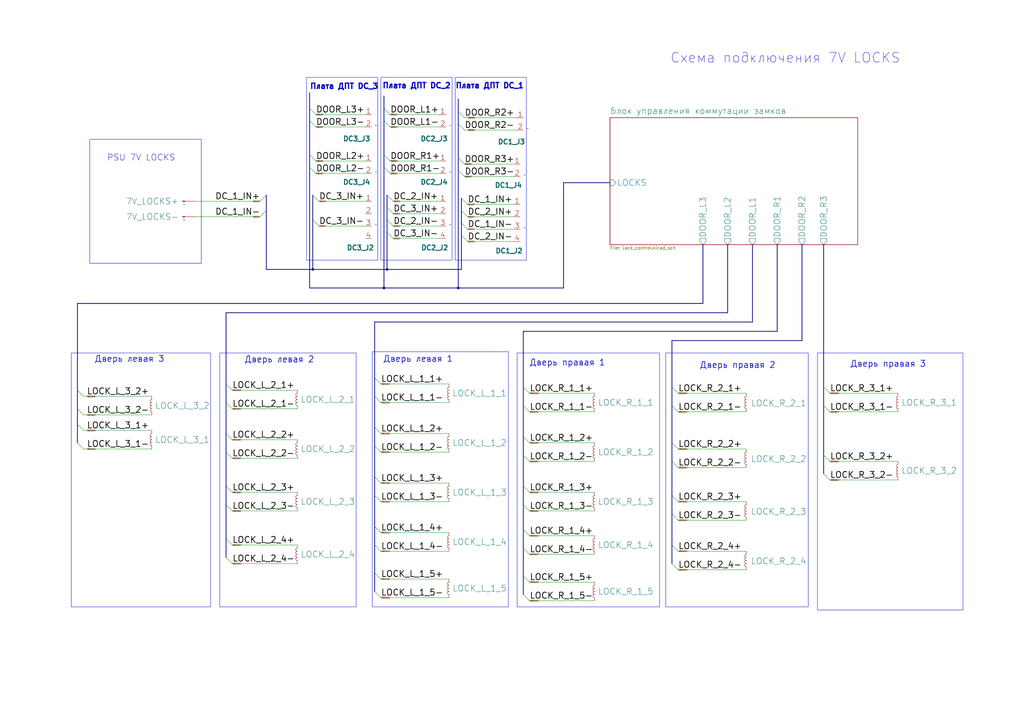
<source format=kicad_sch>
(kicad_sch (version 20231120) (generator "eeschema") (generator_version "8.0")
  (paper "A3")
  (lib_symbols
    (symbol "Conn_01x04_(wide)_2"
      (property "Reference" "J" (at 0 0 0))
      (symbol "Conn_01x04_(wide)_2_1_1"
        (pin input line (at -2.54 -5.08 0) (length 2.54) (name "") (number "1"))
        (pin input line (at -2.54 -10.16 0) (length 2.54) (name "") (number "2"))
        (pin input line (at -2.54 -15.24 0) (length 2.54) (name "") (number "3"))
        (pin input line (at -2.54 -20.32 0) (length 2.54) (name "") (number "4"))
      )
    )
    (symbol "Connector:Conn_01x01_Pin_(WIDE)" (pin_numbers hide) (pin_names (offset 1.016) hide)
      (property "Reference" "J" (at 0.254 6.604 0))
      (property "Value" "Conn_01x01_Pin_(WIDE)" (at 0 -2.54 0))
      (symbol "Conn_01x01_Pin_(WIDE)_1_1"
        (polyline (pts (xy 1.27 0) (xy 0.8636 0)) (stroke (width 0.1524)))
        (rectangle (start 0.8636 0.127) (end 0 -0.127) (stroke (width 0.1524)) (fill (type outline)))
        (pin passive line (at 5.08 0 180) (length 3.81) (name "Pin_1") (number "1"))
      )
    )
    (symbol "Connector:Conn_01x02_(wide)"
      (property "Reference" "J" (at 0 0 0))
      (symbol "Conn_01x02_(wide)_1_1"
        (pin input line (at -2.54 -5.08 0) (length 2.54) (name "") (number "1"))
        (pin input line (at -2.54 -10.16 0) (length 2.54) (name "") (number "2"))
      )
    )
    (symbol "Device:L" (pin_numbers hide) (pin_names (offset 1.016) hide)
      (property "Reference" "L" (at -1.27 0 90))
      (property "Value" "L" (at 1.905 0 90))
      (symbol "L_0_1"
        (arc (start 0 -2.54) (mid 0.6323 -1.905) (end 0 -1.27))
        (arc (start 0 -1.27) (mid 0.6323 -0.635) (end 0 0))
        (arc (start 0 0) (mid 0.6323 0.635) (end 0 1.27))
        (arc (start 0 1.27) (mid 0.6323 1.905) (end 0 2.54))
      )
      (symbol "L_1_1"
        (pin passive line (at 0 3.81 270) (length 1.27) (name "1") (number "1"))
        (pin passive line (at 0 -3.81 90) (length 1.27) (name "2") (number "2"))
      )
    )
  )
  (junction (at 157.48 118.11))
  (junction (at 128.27 110.49))
  (junction (at 158.75 110.49))
  (junction (at 187.96 118.11))
  (bus_entry (at 214.63 179.07) (size 2.54 2.54))
  (bus_entry (at 158.75 85.09) (size 2.54 2.54))
  (bus_entry (at 275.59 158.75) (size 2.54 2.54))
  (bus_entry (at 337.82 186.69) (size 2.54 2.54))
  (bus_entry (at 275.59 210.82) (size 2.54 2.54))
  (bus_entry (at 109.22 80.01) (size -2.54 2.54))
  (bus_entry (at 275.59 223.52) (size 2.54 2.54))
  (bus_entry (at 158.75 90.17) (size 2.54 2.54))
  (bus_entry (at 214.63 217.17) (size 2.54 2.54))
  (bus_entry (at 214.63 243.84) (size 2.54 2.54))
  (bus_entry (at 337.82 194.31) (size 2.54 2.54))
  (bus_entry (at 157.48 63.5) (size 2.54 2.54))
  (bus_entry (at 275.59 166.37) (size 2.54 2.54))
  (bus_entry (at 275.59 203.2) (size 2.54 2.54))
  (bus_entry (at 275.59 189.23) (size 2.54 2.54))
  (bus_entry (at 214.63 224.79) (size 2.54 2.54))
  (bus_entry (at 189.23 81.28) (size 2.54 2.54))
  (bus_entry (at 127 44.45) (size 2.54 2.54))
  (bus_entry (at 157.48 49.53) (size 2.54 2.54))
  (bus_entry (at 214.63 158.75) (size 2.54 2.54))
  (bus_entry (at 31.75 181.61) (size 2.54 2.54))
  (bus_entry (at 337.82 158.75) (size 2.54 2.54))
  (bus_entry (at 128.27 80.01) (size 2.54 2.54))
  (bus_entry (at 187.96 45.72) (size 2.54 2.54))
  (bus_entry (at 153.67 242.57) (size 2.54 2.54))
  (bus_entry (at 275.59 231.14) (size 2.54 2.54))
  (bus_entry (at 153.67 162.56) (size 2.54 2.54))
  (bus_entry (at 153.67 215.9) (size 2.54 2.54))
  (bus_entry (at 157.48 68.58) (size 2.54 2.54))
  (bus_entry (at 187.96 50.8) (size 2.54 2.54))
  (bus_entry (at 275.59 181.61) (size 2.54 2.54))
  (bus_entry (at 31.75 173.99) (size 2.54 2.54))
  (bus_entry (at 127 63.5) (size 2.54 2.54))
  (bus_entry (at 214.63 236.22) (size 2.54 2.54))
  (bus_entry (at 127 49.53) (size 2.54 2.54))
  (bus_entry (at 92.71 199.39) (size 2.54 2.54))
  (bus_entry (at 214.63 199.39) (size 2.54 2.54))
  (bus_entry (at 92.71 207.01) (size 2.54 2.54))
  (bus_entry (at 153.67 195.58) (size 2.54 2.54))
  (bus_entry (at 153.67 154.94) (size 2.54 2.54))
  (bus_entry (at 157.48 44.45) (size 2.54 2.54))
  (bus_entry (at 153.67 182.88) (size 2.54 2.54))
  (bus_entry (at 31.75 160.02) (size 2.54 2.54))
  (bus_entry (at 153.67 223.52) (size 2.54 2.54))
  (bus_entry (at 187.96 64.77) (size 2.54 2.54))
  (bus_entry (at 153.67 203.2) (size 2.54 2.54))
  (bus_entry (at 92.71 177.8) (size 2.54 2.54))
  (bus_entry (at 187.96 69.85) (size 2.54 2.54))
  (bus_entry (at 189.23 86.36) (size 2.54 2.54))
  (bus_entry (at 214.63 207.01) (size 2.54 2.54))
  (bus_entry (at 337.82 166.37) (size 2.54 2.54))
  (bus_entry (at 153.67 234.95) (size 2.54 2.54))
  (bus_entry (at 158.75 80.01) (size 2.54 2.54))
  (bus_entry (at 153.67 175.26) (size 2.54 2.54))
  (bus_entry (at 127 68.58) (size 2.54 2.54))
  (bus_entry (at 214.63 166.37) (size 2.54 2.54))
  (bus_entry (at 92.71 185.42) (size 2.54 2.54))
  (bus_entry (at 109.22 86.36) (size -2.54 2.54))
  (bus_entry (at 189.23 96.52) (size 2.54 2.54))
  (bus_entry (at 158.75 95.25) (size 2.54 2.54))
  (bus_entry (at 128.27 90.17) (size 2.54 2.54))
  (bus_entry (at 189.23 91.44) (size 2.54 2.54))
  (bus_entry (at 92.71 165.1) (size 2.54 2.54))
  (bus_entry (at 214.63 186.69) (size 2.54 2.54))
  (bus_entry (at 31.75 167.64) (size 2.54 2.54))
  (bus_entry (at 92.71 228.6) (size 2.54 2.54))
  (bus_entry (at 92.71 157.48) (size 2.54 2.54))
  (bus_entry (at 92.71 220.98) (size 2.54 2.54))
  (wire (pts (xy 217.17 161.29) (xy 243.84 161.29)))
  (wire (pts (xy 156.21 198.12) (xy 184.15 198.12)))
  (bus (pts (xy 298.45 100.33) (xy 298.45 128.27)))
  (bus (pts (xy 31.75 167.64) (xy 31.75 173.99)))
  (bus (pts (xy 128.27 110.49) (xy 109.22 110.49)))
  (wire (pts (xy 191.77 83.82) (xy 210.82 83.82)))
  (bus (pts (xy 128.27 80.01) (xy 128.27 90.17)))
  (wire (pts (xy 278.13 213.36) (xy 306.07 213.36)))
  (wire (pts (xy 161.29 97.79) (xy 180.34 97.79)))
  (bus (pts (xy 153.67 162.56) (xy 153.67 175.26)))
  (wire (pts (xy 161.29 87.63) (xy 180.34 87.63)))
  (bus (pts (xy 31.75 173.99) (xy 31.75 181.61)))
  (wire (pts (xy 129.54 52.07) (xy 149.86 52.07)))
  (bus (pts (xy 308.61 132.08) (xy 153.67 132.08)))
  (bus (pts (xy 92.71 157.48) (xy 92.71 165.1)))
  (bus (pts (xy 231.14 74.93) (xy 231.14 118.11)))
  (bus (pts (xy 31.75 160.02) (xy 31.75 167.64)))
  (wire (pts (xy 95.25 167.64) (xy 121.92 167.64)))
  (bus (pts (xy 158.75 110.49) (xy 189.23 110.49)))
  (bus (pts (xy 92.71 177.8) (xy 92.71 185.42)))
  (bus (pts (xy 298.45 128.27) (xy 92.71 128.27)))
  (bus (pts (xy 275.59 158.75) (xy 275.59 166.37)))
  (wire (pts (xy 156.21 237.49) (xy 184.15 237.49)))
  (wire (pts (xy 34.29 176.53) (xy 62.23 176.53)))
  (bus (pts (xy 92.71 220.98) (xy 92.71 228.6)))
  (wire (pts (xy 340.36 161.29) (xy 368.3 161.29)))
  (bus (pts (xy 288.29 124.46) (xy 288.29 100.33)))
  (wire (pts (xy 34.29 162.56) (xy 62.23 162.56)))
  (bus (pts (xy 214.63 158.75) (xy 214.63 166.37)))
  (bus (pts (xy 153.67 195.58) (xy 153.67 203.2)))
  (wire (pts (xy 161.29 82.55) (xy 180.34 82.55)))
  (wire (pts (xy 217.17 209.55) (xy 243.84 209.55)))
  (wire (pts (xy 217.17 201.93) (xy 243.84 201.93)))
  (wire (pts (xy 191.77 88.9) (xy 210.82 88.9)))
  (wire (pts (xy 190.5 48.26) (xy 212.09 48.26)))
  (bus (pts (xy 189.23 86.36) (xy 189.23 91.44)))
  (wire (pts (xy 156.21 205.74) (xy 184.15 205.74)))
  (wire (pts (xy 156.21 177.8) (xy 184.15 177.8)))
  (bus (pts (xy 127 49.53) (xy 127 63.5)))
  (bus (pts (xy 328.93 139.7) (xy 275.59 139.7)))
  (wire (pts (xy 34.29 170.18) (xy 62.23 170.18)))
  (bus (pts (xy 308.61 100.33) (xy 308.61 132.08)))
  (bus (pts (xy 157.48 39.37) (xy 157.48 44.45)))
  (bus (pts (xy 187.96 118.11) (xy 157.48 118.11)))
  (wire (pts (xy 156.21 157.48) (xy 184.15 157.48)))
  (bus (pts (xy 214.63 217.17) (xy 214.63 224.79)))
  (bus (pts (xy 189.23 91.44) (xy 189.23 96.52)))
  (wire (pts (xy 278.13 184.15) (xy 306.07 184.15)))
  (bus (pts (xy 31.75 124.46) (xy 31.75 160.02)))
  (wire (pts (xy 217.17 168.91) (xy 243.84 168.91)))
  (bus (pts (xy 128.27 90.17) (xy 128.27 110.49)))
  (wire (pts (xy 160.02 52.07) (xy 180.34 52.07)))
  (bus (pts (xy 153.67 234.95) (xy 153.67 242.57)))
  (bus (pts (xy 109.22 86.36) (xy 109.22 110.49)))
  (bus (pts (xy 189.23 81.28) (xy 189.23 86.36)))
  (bus (pts (xy 318.77 135.89) (xy 214.63 135.89)))
  (bus (pts (xy 109.22 80.01) (xy 109.22 86.36)))
  (bus (pts (xy 318.77 100.33) (xy 318.77 135.89)))
  (bus (pts (xy 187.96 45.72) (xy 187.96 50.8)))
  (bus (pts (xy 337.82 158.75) (xy 337.82 166.37)))
  (wire (pts (xy 217.17 181.61) (xy 243.84 181.61)))
  (wire (pts (xy 156.21 245.11) (xy 184.15 245.11)))
  (wire (pts (xy 160.02 46.99) (xy 180.34 46.99)))
  (bus (pts (xy 337.82 186.69) (xy 337.82 194.31)))
  (bus (pts (xy 214.63 199.39) (xy 214.63 207.01)))
  (bus (pts (xy 275.59 189.23) (xy 275.59 203.2)))
  (bus (pts (xy 31.75 124.46) (xy 288.29 124.46)))
  (bus (pts (xy 153.67 182.88) (xy 153.67 195.58)))
  (bus (pts (xy 127 44.45) (xy 127 49.53)))
  (wire (pts (xy 95.25 180.34) (xy 121.92 180.34)))
  (bus (pts (xy 328.93 100.33) (xy 328.93 139.7)))
  (bus (pts (xy 153.67 175.26) (xy 153.67 182.88)))
  (wire (pts (xy 190.5 72.39) (xy 210.82 72.39)))
  (wire (pts (xy 80.01 82.55) (xy 106.68 82.55)))
  (bus (pts (xy 127 63.5) (xy 127 68.58)))
  (wire (pts (xy 129.54 66.04) (xy 149.86 66.04)))
  (wire (pts (xy 129.54 46.99) (xy 149.86 46.99)))
  (bus (pts (xy 214.63 207.01) (xy 214.63 217.17)))
  (bus (pts (xy 275.59 203.2) (xy 275.59 210.82)))
  (wire (pts (xy 217.17 189.23) (xy 243.84 189.23)))
  (bus (pts (xy 157.48 44.45) (xy 157.48 49.53)))
  (wire (pts (xy 278.13 205.74) (xy 306.07 205.74)))
  (wire (pts (xy 190.5 67.31) (xy 210.82 67.31)))
  (bus (pts (xy 275.59 139.7) (xy 275.59 158.75)))
  (wire (pts (xy 156.21 165.1) (xy 184.15 165.1)))
  (bus (pts (xy 158.75 95.25) (xy 158.75 110.49)))
  (bus (pts (xy 153.67 215.9) (xy 153.67 223.52)))
  (wire (pts (xy 217.17 246.38) (xy 243.84 246.38)))
  (wire (pts (xy 95.25 209.55) (xy 121.92 209.55)))
  (bus (pts (xy 158.75 85.09) (xy 158.75 90.17)))
  (bus (pts (xy 92.71 165.1) (xy 92.71 177.8)))
  (wire (pts (xy 278.13 168.91) (xy 306.07 168.91)))
  (bus (pts (xy 127 38.1) (xy 127 44.45)))
  (wire (pts (xy 161.29 92.71) (xy 180.34 92.71)))
  (bus (pts (xy 153.67 223.52) (xy 153.67 234.95)))
  (bus (pts (xy 214.63 186.69) (xy 214.63 199.39)))
  (wire (pts (xy 130.81 82.55) (xy 149.86 82.55)))
  (bus (pts (xy 157.48 49.53) (xy 157.48 63.5)))
  (bus (pts (xy 157.48 118.11) (xy 157.48 68.58)))
  (bus (pts (xy 127 68.58) (xy 127 118.11)))
  (wire (pts (xy 217.17 227.33) (xy 243.84 227.33)))
  (bus (pts (xy 153.67 154.94) (xy 153.67 162.56)))
  (wire (pts (xy 95.25 231.14) (xy 121.92 231.14)))
  (bus (pts (xy 92.71 207.01) (xy 92.71 220.98)))
  (wire (pts (xy 160.02 66.04) (xy 180.34 66.04)))
  (bus (pts (xy 153.67 203.2) (xy 153.67 215.9)))
  (bus (pts (xy 189.23 96.52) (xy 189.23 110.49)))
  (bus (pts (xy 250.19 74.93) (xy 231.14 74.93)))
  (wire (pts (xy 95.25 187.96) (xy 121.92 187.96)))
  (bus (pts (xy 214.63 179.07) (xy 214.63 186.69)))
  (wire (pts (xy 278.13 161.29) (xy 306.07 161.29)))
  (bus (pts (xy 231.14 118.11) (xy 187.96 118.11)))
  (bus (pts (xy 92.71 185.42) (xy 92.71 199.39)))
  (wire (pts (xy 95.25 160.02) (xy 121.92 160.02)))
  (wire (pts (xy 95.25 223.52) (xy 121.92 223.52)))
  (wire (pts (xy 340.36 168.91) (xy 368.3 168.91)))
  (wire (pts (xy 217.17 219.71) (xy 243.84 219.71)))
  (bus (pts (xy 187.96 40.64) (xy 187.96 45.72)))
  (bus (pts (xy 157.48 63.5) (xy 157.48 68.58)))
  (bus (pts (xy 214.63 224.79) (xy 214.63 236.22)))
  (wire (pts (xy 156.21 218.44) (xy 184.15 218.44)))
  (bus (pts (xy 337.82 100.33) (xy 337.82 158.75)))
  (wire (pts (xy 340.36 196.85) (xy 368.3 196.85)))
  (bus (pts (xy 275.59 166.37) (xy 275.59 181.61)))
  (wire (pts (xy 191.77 99.06) (xy 210.82 99.06)))
  (wire (pts (xy 130.81 92.71) (xy 149.86 92.71)))
  (bus (pts (xy 214.63 135.89) (xy 214.63 158.75)))
  (wire (pts (xy 190.5 53.34) (xy 212.09 53.34)))
  (wire (pts (xy 156.21 185.42) (xy 184.15 185.42)))
  (wire (pts (xy 278.13 191.77) (xy 306.07 191.77)))
  (wire (pts (xy 34.29 184.15) (xy 62.23 184.15)))
  (bus (pts (xy 187.96 50.8) (xy 187.96 64.77)))
  (wire (pts (xy 95.25 201.93) (xy 121.92 201.93)))
  (wire (pts (xy 160.02 71.12) (xy 180.34 71.12)))
  (wire (pts (xy 129.54 71.12) (xy 149.86 71.12)))
  (bus (pts (xy 92.71 199.39) (xy 92.71 207.01)))
  (wire (pts (xy 278.13 226.06) (xy 306.07 226.06)))
  (bus (pts (xy 128.27 110.49) (xy 158.75 110.49)))
  (wire (pts (xy 340.36 189.23) (xy 368.3 189.23)))
  (bus (pts (xy 158.75 80.01) (xy 158.75 85.09)))
  (bus (pts (xy 275.59 210.82) (xy 275.59 223.52)))
  (wire (pts (xy 80.01 88.9) (xy 106.68 88.9)))
  (bus (pts (xy 337.82 166.37) (xy 337.82 186.69)))
  (wire (pts (xy 156.21 226.06) (xy 184.15 226.06)))
  (bus (pts (xy 187.96 69.85) (xy 187.96 118.11)))
  (bus (pts (xy 153.67 132.08) (xy 153.67 154.94)))
  (bus (pts (xy 187.96 64.77) (xy 187.96 69.85)))
  (bus (pts (xy 92.71 128.27) (xy 92.71 157.48)))
  (bus (pts (xy 275.59 223.52) (xy 275.59 231.14)))
  (bus (pts (xy 214.63 236.22) (xy 214.63 243.84)))
  (wire (pts (xy 217.17 238.76) (xy 243.84 238.76)))
  (bus (pts (xy 127 118.11) (xy 157.48 118.11)))
  (bus (pts (xy 214.63 166.37) (xy 214.63 179.07)))
  (bus (pts (xy 158.75 90.17) (xy 158.75 95.25)))
  (wire (pts (xy 278.13 233.68) (xy 306.07 233.68)))
  (bus (pts (xy 275.59 181.61) (xy 275.59 189.23)))
  (wire (pts (xy 191.77 93.98) (xy 210.82 93.98)))
  (rectangle (start 29.21 144.78) (end 86.36 248.92))
  (rectangle (start 156.21 31.75) (end 185.42 106.68))
  (rectangle (start 186.69 31.75) (end 215.9 106.68))
  (rectangle (start 90.17 144.78) (end 146.05 248.92))
  (rectangle (start 335.28 144.78) (end 394.97 250.19))
  (rectangle (start 152.654 144.272) (end 208.534 248.92))
  (rectangle (start 212.09 144.78) (end 270.51 248.92))
  (rectangle (start 36.83 57.15) (end 82.55 107.95))
  (rectangle (start 273.05 144.78) (end 331.47 248.92))
  (rectangle (start 125.73 31.75) (end 154.94 106.68))
  (text "Плата ДПТ DC_1" (at 186.69 36.576 0) (effects (font (size 2.2 2.2) (thickness 0.5) (bold yes)) (justify left bottom)))
  (text "Дверь правая 2" (at 302.514 149.86 0) (effects (font (size 2.5 2.5) (thickness 0.254) (bold yes))))
  (text "Плата ДПТ DC_2" (at 156.718 36.576 0) (effects (font (size 2.2 2.2) (thickness 0.5) (bold yes)) (justify left bottom)))
  (text "PSU 7V LOCKS" (at 57.912 64.77 0) (effects (font (size 2.5 2.5))))
  (text "Плата ДПТ DC_3" (at 127 36.83 0) (effects (font (size 2.2 2.2) (thickness 0.5) (bold yes)) (justify left bottom)))
  (text "Дверь правая 1" (at 232.664 148.844 0) (effects (font (size 2.5 2.5) (thickness 0.254) (bold yes))))
  (text "Схема подключения 7V LOCKS" (at 322.072 23.876 0) (effects (font (size 4 4))))
  (text "Дверь левая 1" (at 171.45 147.32 0) (effects (font (size 2.5 2.5) (thickness 0.254) (bold yes))))
  (text "Дверь левая 2" (at 114.554 147.574 0) (effects (font (size 2.5 2.5) (thickness 0.254) (bold yes))))
  (text "Дверь правая 3" (at 364.236 149.352 0) (effects (font (size 2.5 2.5) (thickness 0.254) (bold yes))))
  (text "Дверь левая 3" (at 53.086 147.32 0) (effects (font (size 2.5 2.5) (thickness 0.254) (bold yes))))
  (label "DC_2_IN+" (at 161.29 82.55 0) (effects (font (size 2.5 2.5) (thickness 0.3125))))
  (label "DC_3_IN+" (at 130.81 82.55 0) (effects (font (size 2.5 2.5) (thickness 0.3125))))
  (label "DOOR_R1-" (at 160.02 71.12 0) (effects (font (size 2.5 2.5) (thickness 0.3125))))
  (label "LOCK_L_1_1-" (at 156.21 165.1 0) (effects (font (size 2.5 2.5) (thickness 0.3125))))
  (label "LOCK_R_1_2-" (at 217.17 189.23 0) (effects (font (size 2.5 2.5) (thickness 0.3125))))
  (label "DC_1_IN-" (at 106.68 88.9 180) (effects (font (size 2.5 2.5) (thickness 0.3125))))
  (label "LOCK_L_2_1-" (at 95.25 167.64 0) (effects (font (size 2.5 2.5) (thickness 0.3125))))
  (label "DC_1_IN+" (at 106.68 82.55 180) (effects (font (size 2.5 2.5) (thickness 0.3125))))
  (label "LOCK_L_2_3+" (at 95.25 201.93 0) (effects (font (size 2.5 2.5) (thickness 0.3125))))
  (label "DOOR_R3+" (at 190.5 67.31 0) (effects (font (size 2.5 2.5) (thickness 0.3125))))
  (label "LOCK_R_1_1-" (at 217.17 168.91 0) (effects (font (size 2.5 2.5) (thickness 0.3125))))
  (label "LOCK_L_2_2+" (at 95.25 180.34 0) (effects (font (size 2.5 2.5) (thickness 0.3125))))
  (label "LOCK_R_3_1+" (at 340.36 161.29 0) (effects (font (size 2.5 2.5) (thickness 0.3125))))
  (label "DOOR_R2-" (at 190.5 53.34 0) (effects (font (size 2.5 2.5) (thickness 0.3125))))
  (label "LOCK_R_1_4+" (at 217.17 219.71 0) (effects (font (size 2.5 2.5) (thickness 0.3125))))
  (label "LOCK_L_1_1+" (at 156.21 157.48 0) (effects (font (size 2.5 2.5) (thickness 0.3125))))
  (label "DOOR_R1+" (at 160.02 66.04 0) (effects (font (size 2.5 2.5) (thickness 0.3125))))
  (label "DOOR_L2+" (at 129.54 66.04 0) (effects (font (size 2.5 2.5) (thickness 0.3125))))
  (label "LOCK_L_2_2-" (at 95.25 187.96 0) (effects (font (size 2.5 2.5) (thickness 0.3125))))
  (label "LOCK_R_1_1+" (at 217.17 161.29 0) (effects (font (size 2.5 2.5) (thickness 0.3125))))
  (label "DOOR_L2-" (at 129.54 71.12 0) (effects (font (size 2.5 2.5) (thickness 0.3125))))
  (label "LOCK_L_3_2+" (at 35.56 162.56 0) (effects (font (size 2.5 2.5) (thickness 0.3125))))
  (label "LOCK_R_2_2+" (at 278.13 184.15 0) (effects (font (size 2.5 2.5) (thickness 0.3125))))
  (label "LOCK_R_1_4-" (at 217.17 227.33 0) (effects (font (size 2.5 2.5) (thickness 0.3125))))
  (label "DC_2_IN-" (at 161.29 92.71 0) (effects (font (size 2.5 2.5) (thickness 0.3125))))
  (label "LOCK_R_1_2+" (at 217.17 181.61 0) (effects (font (size 2.5 2.5) (thickness 0.3125))))
  (label "LOCK_R_2_2-" (at 278.13 191.77 0) (effects (font (size 2.5 2.5) (thickness 0.3125))))
  (label "LOCK_L_1_5-" (at 156.21 245.11 0) (effects (font (size 2.5 2.5) (thickness 0.3125))))
  (label "LOCK_L_3_1+" (at 35.56 176.53 0) (effects (font (size 2.5 2.5) (thickness 0.3125))))
  (label "LOCK_L_1_2-" (at 156.21 185.42 0) (effects (font (size 2.5 2.5) (thickness 0.3125))))
  (label "LOCK_L_1_3-" (at 156.21 205.74 0) (effects (font (size 2.5 2.5) (thickness 0.3125))))
  (label "DOOR_R3-" (at 190.5 72.39 0) (effects (font (size 2.5 2.5) (thickness 0.3125))))
  (label "LOCK_L_2_1+" (at 95.25 160.02 0) (effects (font (size 2.5 2.5) (thickness 0.3125))))
  (label "LOCK_R_2_4+" (at 278.13 226.06 0) (effects (font (size 2.5 2.5) (thickness 0.3125))))
  (label "LOCK_R_3_2-" (at 340.36 196.85 0) (effects (font (size 2.5 2.5) (thickness 0.3125))))
  (label "LOCK_R_2_1-" (at 278.13 168.91 0) (effects (font (size 2.5 2.5) (thickness 0.3125))))
  (label "DC_3_IN-" (at 161.29 97.79 0) (effects (font (size 2.5 2.5) (thickness 0.3125))))
  (label "LOCK_L_1_5+" (at 156.21 237.49 0) (effects (font (size 2.5 2.5) (thickness 0.3125))))
  (label "LOCK_R_2_3+" (at 278.13 205.74 0) (effects (font (size 2.5 2.5) (thickness 0.3125))))
  (label "DOOR_L1+" (at 160.02 46.99 0) (effects (font (size 2.5 2.5) (thickness 0.3125))))
  (label "LOCK_L_2_4+" (at 95.25 223.52 0) (effects (font (size 2.5 2.5) (thickness 0.3125))))
  (label "LOCK_R_1_3+" (at 217.17 201.93 0) (effects (font (size 2.5 2.5) (thickness 0.3125))))
  (label "DC_2_IN+" (at 191.77 88.9 0) (effects (font (size 2.5 2.5) (thickness 0.3125))))
  (label "LOCK_L_2_4-" (at 95.25 231.14 0) (effects (font (size 2.5 2.5) (thickness 0.3125))))
  (label "DC_3_IN-" (at 130.81 92.71 0) (effects (font (size 2.5 2.5) (thickness 0.3125))))
  (label "LOCK_R_1_5+" (at 217.17 238.76 0) (effects (font (size 2.5 2.5) (thickness 0.3125))))
  (label "LOCK_R_2_3-" (at 278.13 213.36 0) (effects (font (size 2.5 2.5) (thickness 0.3125))))
  (label "DOOR_R2+" (at 190.5 48.26 0) (effects (font (size 2.5 2.5) (thickness 0.3125))))
  (label "LOCK_L_1_4+" (at 156.21 218.44 0) (effects (font (size 2.5 2.5) (thickness 0.3125))))
  (label "LOCK_R_2_4-" (at 278.13 233.68 0) (effects (font (size 2.5 2.5) (thickness 0.3125))))
  (label "LOCK_R_3_1-" (at 340.36 168.91 0) (effects (font (size 2.5 2.5) (thickness 0.3125))))
  (label "DOOR_L1-" (at 160.02 52.07 0) (effects (font (size 2.5 2.5) (thickness 0.3125))))
  (label "DOOR_L3+" (at 129.54 46.99 0) (effects (font (size 2.5 2.5) (thickness 0.3125))))
  (label "DOOR_L3-" (at 129.54 52.07 0) (effects (font (size 2.5 2.5) (thickness 0.3125))))
  (label "LOCK_L_1_3+" (at 156.21 198.12 0) (effects (font (size 2.5 2.5) (thickness 0.3125))))
  (label "DC_3_IN+" (at 161.29 87.63 0) (effects (font (size 2.5 2.5) (thickness 0.3125))))
  (label "LOCK_R_2_1+" (at 278.13 161.29 0) (effects (font (size 2.5 2.5) (thickness 0.3125))))
  (label "LOCK_L_3_1-" (at 35.56 184.15 0) (effects (font (size 2.5 2.5) (thickness 0.3125))))
  (label "LOCK_L_3_2-" (at 35.56 170.18 0) (effects (font (size 2.5 2.5) (thickness 0.3125))))
  (label "LOCK_L_1_2+" (at 156.21 177.8 0) (effects (font (size 2.5 2.5) (thickness 0.3125))))
  (label "LOCK_R_3_2+" (at 340.36 189.23 0) (effects (font (size 2.5 2.5) (thickness 0.3125))))
  (label "LOCK_R_1_5-" (at 217.17 246.38 0) (effects (font (size 2.5 2.5) (thickness 0.3125))))
  (label "DC_1_IN+" (at 191.77 83.82 0) (effects (font (size 2.5 2.5) (thickness 0.3125))))
  (label "DC_2_IN-" (at 191.77 99.06 0) (effects (font (size 2.5 2.5) (thickness 0.3125))))
  (label "LOCK_R_1_3-" (at 217.17 209.55 0) (effects (font (size 2.5 2.5) (thickness 0.3125))))
  (label "LOCK_L_2_3-" (at 95.25 209.55 0) (effects (font (size 2.5 2.5) (thickness 0.3125))))
  (label "LOCK_L_1_4-" (at 156.21 226.06 0) (effects (font (size 2.5 2.5) (thickness 0.3125))))
  (label "DC_1_IN-" (at 191.77 93.98 0) (effects (font (size 2.5 2.5) (thickness 0.3125))))
  (global_label "LOCK_L_2_2+" (shape input) (at 95.25 180.34 0) (effects (font (size 0.3 0.3))) (property "Intersheetrefs" "${INTERSHEET_REFS}" (effects (hide yes))))
  (global_label "LOCK_R_1_4+" (shape input) (at 217.17 219.71 0) (effects (font (size 0.3 0.3))) (property "Intersheetrefs" "${INTERSHEET_REFS}" (effects (hide yes))))
  (global_label "LOCK_R_1_3-" (shape input) (at 217.17 209.55 0) (effects (font (size 0.3 0.3))) (property "Intersheetrefs" "${INTERSHEET_REFS}" (effects (hide yes))))
  (global_label "LOCK_L_1_2+" (shape input) (at 156.21 177.8 0) (effects (font (size 0.3 0.3))) (property "Intersheetrefs" "${INTERSHEET_REFS}" (effects (hide yes))))
  (global_label "LOCK_R_1_2-" (shape input) (at 217.17 189.23 0) (effects (font (size 0.3 0.3))) (property "Intersheetrefs" "${INTERSHEET_REFS}" (effects (hide yes))))
  (global_label "DC_1_IN-" (shape input) (at 106.68 88.9 180) (effects (font (size 0.3 0.3))) (property "Intersheetrefs" "${INTERSHEET_REFS}" (effects (hide yes))))
  (global_label "LOCK_R_1_5+" (shape input) (at 217.17 238.76 0) (effects (font (size 0.3 0.3))) (property "Intersheetrefs" "${INTERSHEET_REFS}" (effects (hide yes))))
  (global_label "LOCK_L_3_2-" (shape input) (at 35.56 170.18 0) (effects (font (size 0.3 0.3))) (property "Intersheetrefs" "${INTERSHEET_REFS}" (effects (hide yes))))
  (global_label "LOCK_L_2_1+" (shape input) (at 95.25 160.02 0) (effects (font (size 0.3 0.3))) (property "Intersheetrefs" "${INTERSHEET_REFS}" (effects (hide yes))))
  (global_label "LOCK_R_2_4+" (shape input) (at 278.13 226.06 0) (effects (font (size 0.3 0.3))) (property "Intersheetrefs" "${INTERSHEET_REFS}" (effects (hide yes))))
  (global_label "LOCK_L_1_3-" (shape input) (at 156.21 205.74 0) (effects (font (size 0.3 0.3))) (property "Intersheetrefs" "${INTERSHEET_REFS}" (effects (hide yes))))
  (global_label "LOCK_L_2_4+" (shape input) (at 95.25 223.52 0) (effects (font (size 0.3 0.3))) (property "Intersheetrefs" "${INTERSHEET_REFS}" (effects (hide yes))))
  (global_label "LOCK_R_2_1-" (shape input) (at 278.13 168.91 0) (effects (font (size 0.3 0.3))) (property "Intersheetrefs" "${INTERSHEET_REFS}" (effects (hide yes))))
  (global_label "LOCK_R_1_5-" (shape input) (at 217.17 246.38 0) (effects (font (size 0.3 0.3))) (property "Intersheetrefs" "${INTERSHEET_REFS}" (effects (hide yes))))
  (global_label "DC_2_IN-" (shape input) (at 161.29 92.71 0) (effects (font (size 0.3 0.3))) (property "Intersheetrefs" "${INTERSHEET_REFS}" (effects (hide yes))))
  (global_label "LOCK_R_1_3+" (shape input) (at 217.17 201.93 0) (effects (font (size 0.3 0.3))) (property "Intersheetrefs" "${INTERSHEET_REFS}" (effects (hide yes))))
  (global_label "DC_3_IN+" (shape input) (at 130.81 82.55 0) (effects (font (size 0.3 0.3))) (property "Intersheetrefs" "${INTERSHEET_REFS}" (effects (hide yes))))
  (global_label "LOCK_L_3_2+" (shape input) (at 35.56 162.56 0) (effects (font (size 0.3 0.3))) (property "Intersheetrefs" "${INTERSHEET_REFS}" (effects (hide yes))))
  (global_label "LOCK_L_3_1+" (shape input) (at 35.56 176.53 0) (effects (font (size 0.3 0.3))) (property "Intersheetrefs" "${INTERSHEET_REFS}" (effects (hide yes))))
  (global_label "DOOR_L2+" (shape input) (at 129.54 66.04 0) (effects (font (size 0.3 0.3))) (property "Intersheetrefs" "${INTERSHEET_REFS}" (effects (hide yes))))
  (global_label "DOOR_R2+" (shape input) (at 191.77 48.26 0) (effects (font (size 0.3 0.3))) (property "Intersheetrefs" "${INTERSHEET_REFS}" (effects (hide yes))))
  (global_label "LOCK_R_2_2+" (shape input) (at 278.13 184.15 0) (effects (font (size 0.3 0.3))) (property "Intersheetrefs" "${INTERSHEET_REFS}" (effects (hide yes))))
  (global_label "DC_3_IN-" (shape input) (at 161.29 97.79 0) (effects (font (size 0.3 0.3))) (property "Intersheetrefs" "${INTERSHEET_REFS}" (effects (hide yes))))
  (global_label "DC_2_IN+" (shape input) (at 191.77 88.9 0) (effects (font (size 0.3 0.3))) (property "Intersheetrefs" "${INTERSHEET_REFS}" (effects (hide yes))))
  (global_label "LOCK_R_1_4-" (shape input) (at 217.17 227.33 0) (effects (font (size 0.3 0.3))) (property "Intersheetrefs" "${INTERSHEET_REFS}" (effects (hide yes))))
  (global_label "DOOR_L3-" (shape input) (at 129.54 52.07 0) (effects (font (size 0.3 0.3))) (property "Intersheetrefs" "${INTERSHEET_REFS}" (effects (hide yes))))
  (global_label "LOCK_L_1_4-" (shape input) (at 156.21 226.06 0) (effects (font (size 0.3 0.3))) (property "Intersheetrefs" "${INTERSHEET_REFS}" (effects (hide yes))))
  (global_label "LOCK_R_1_2+" (shape input) (at 217.17 181.61 0) (effects (font (size 0.3 0.3))) (property "Intersheetrefs" "${INTERSHEET_REFS}" (effects (hide yes))))
  (global_label "DOOR_R1-" (shape input) (at 160.02 71.12 0) (effects (font (size 0.3 0.3))) (property "Intersheetrefs" "${INTERSHEET_REFS}" (effects (hide yes))))
  (global_label "DC_2_IN-" (shape input) (at 191.77 99.06 0) (effects (font (size 0.3 0.3))) (property "Intersheetrefs" "${INTERSHEET_REFS}" (effects (hide yes))))
  (global_label "DC_1_IN+" (shape input) (at 191.77 83.82 0) (effects (font (size 0.3 0.3))) (property "Intersheetrefs" "${INTERSHEET_REFS}" (effects (hide yes))))
  (global_label "LOCK_R_2_2-" (shape input) (at 278.13 191.77 0) (effects (font (size 0.3 0.3))) (property "Intersheetrefs" "${INTERSHEET_REFS}" (effects (hide yes))))
  (global_label "DOOR_L2-" (shape input) (at 129.54 71.12 0) (effects (font (size 0.3 0.3))) (property "Intersheetrefs" "${INTERSHEET_REFS}" (effects (hide yes))))
  (global_label "LOCK_L_1_1-" (shape input) (at 156.21 165.1 0) (effects (font (size 0.3 0.3))) (property "Intersheetrefs" "${INTERSHEET_REFS}" (effects (hide yes))))
  (global_label "LOCK_L_2_3-" (shape input) (at 95.25 209.55 0) (effects (font (size 0.3 0.3))) (property "Intersheetrefs" "${INTERSHEET_REFS}" (effects (hide yes))))
  (global_label "LOCK_L_1_1+" (shape input) (at 156.21 157.48 0) (effects (font (size 0.3 0.3))) (property "Intersheetrefs" "${INTERSHEET_REFS}" (effects (hide yes))))
  (global_label "LOCK_R_3_2+" (shape input) (at 340.36 189.23 0) (effects (font (size 0.3 0.3))) (property "Intersheetrefs" "${INTERSHEET_REFS}" (effects (hide yes))))
  (global_label "LOCK_R_2_1+" (shape input) (at 278.13 161.29 0) (effects (font (size 0.3 0.3))) (property "Intersheetrefs" "${INTERSHEET_REFS}" (effects (hide yes))))
  (global_label "LOCK_L_2_2-" (shape input) (at 95.25 187.96 0) (effects (font (size 0.3 0.3))) (property "Intersheetrefs" "${INTERSHEET_REFS}" (effects (hide yes))))
  (global_label "LOCK_L_3_1-" (shape input) (at 35.56 184.15 0) (effects (font (size 0.3 0.3))) (property "Intersheetrefs" "${INTERSHEET_REFS}" (effects (hide yes))))
  (global_label "LOCK_R_3_1-" (shape input) (at 340.36 168.91 0) (effects (font (size 0.3 0.3))) (property "Intersheetrefs" "${INTERSHEET_REFS}" (effects (hide yes))))
  (global_label "LOCK_L_1_2-" (shape input) (at 156.21 185.42 0) (effects (font (size 0.3 0.3))) (property "Intersheetrefs" "${INTERSHEET_REFS}" (effects (hide yes))))
  (global_label "LOCK_R_1_1-" (shape input) (at 217.17 168.91 0) (effects (font (size 0.3 0.3))) (property "Intersheetrefs" "${INTERSHEET_REFS}" (effects (hide yes))))
  (global_label "DOOR_L1-" (shape input) (at 160.02 52.07 0) (effects (font (size 0.3 0.3))) (property "Intersheetrefs" "${INTERSHEET_REFS}" (effects (hide yes))))
  (global_label "LOCK_L_1_4+" (shape input) (at 156.21 218.44 0) (effects (font (size 0.3 0.3))) (property "Intersheetrefs" "${INTERSHEET_REFS}" (effects (hide yes))))
  (global_label "LOCK_L_1_5-" (shape input) (at 156.21 245.11 0) (effects (font (size 0.3 0.3))) (property "Intersheetrefs" "${INTERSHEET_REFS}" (effects (hide yes))))
  (global_label "DOOR_R1+" (shape input) (at 160.02 66.04 0) (effects (font (size 0.3 0.3))) (property "Intersheetrefs" "${INTERSHEET_REFS}" (effects (hide yes))))
  (global_label "LOCK_L_2_1-" (shape input) (at 95.25 167.64 0) (effects (font (size 0.3 0.3))) (property "Intersheetrefs" "${INTERSHEET_REFS}" (effects (hide yes))))
  (global_label "LOCK_R_2_3+" (shape input) (at 278.13 205.74 0) (effects (font (size 0.3 0.3))) (property "Intersheetrefs" "${INTERSHEET_REFS}" (effects (hide yes))))
  (global_label "DOOR_R3-" (shape input) (at 190.5 72.39 0) (effects (font (size 0.3 0.3))) (property "Intersheetrefs" "${INTERSHEET_REFS}" (effects (hide yes))))
  (global_label "DC_3_IN-" (shape input) (at 130.81 92.71 0) (effects (font (size 0.3 0.3))) (property "Intersheetrefs" "${INTERSHEET_REFS}" (effects (hide yes))))
  (global_label "DOOR_R3+" (shape input) (at 190.5 67.31 0) (effects (font (size 0.3 0.3))) (property "Intersheetrefs" "${INTERSHEET_REFS}" (effects (hide yes))))
  (global_label "DC_1_IN+" (shape input) (at 106.68 82.55 180) (effects (font (size 0.3 0.3))) (property "Intersheetrefs" "${INTERSHEET_REFS}" (effects (hide yes))))
  (global_label "LOCK_R_2_4-" (shape input) (at 278.13 233.68 0) (effects (font (size 0.3 0.3))) (property "Intersheetrefs" "${INTERSHEET_REFS}" (effects (hide yes))))
  (global_label "LOCK_R_2_3-" (shape input) (at 278.13 213.36 0) (effects (font (size 0.3 0.3))) (property "Intersheetrefs" "${INTERSHEET_REFS}" (effects (hide yes))))
  (global_label "DC_3_IN+" (shape input) (at 161.29 87.63 0) (effects (font (size 0.3 0.3))) (property "Intersheetrefs" "${INTERSHEET_REFS}" (effects (hide yes))))
  (global_label "LOCK_R_1_1+" (shape input) (at 217.17 161.29 0) (effects (font (size 0.3 0.3))) (property "Intersheetrefs" "${INTERSHEET_REFS}" (effects (hide yes))))
  (global_label "LOCK_R_3_2-" (shape input) (at 340.36 196.85 0) (effects (font (size 0.3 0.3))) (property "Intersheetrefs" "${INTERSHEET_REFS}" (effects (hide yes))))
  (global_label "LOCK_R_3_1+" (shape input) (at 340.36 161.29 0) (effects (font (size 0.3 0.3))) (property "Intersheetrefs" "${INTERSHEET_REFS}" (effects (hide yes))))
  (global_label "DC_1_IN-" (shape input) (at 191.77 93.98 0) (effects (font (size 0.3 0.3))) (property "Intersheetrefs" "${INTERSHEET_REFS}" (effects (hide yes))))
  (global_label "LOCK_L_2_3+" (shape input) (at 95.25 201.93 0) (effects (font (size 0.3 0.3))) (property "Intersheetrefs" "${INTERSHEET_REFS}" (effects (hide yes))))
  (global_label "LOCK_L_2_4-" (shape input) (at 95.25 231.14 0) (effects (font (size 0.3 0.3))) (property "Intersheetrefs" "${INTERSHEET_REFS}" (effects (hide yes))))
  (global_label "LOCK_L_1_5+" (shape input) (at 156.21 237.49 0) (effects (font (size 0.3 0.3))) (property "Intersheetrefs" "${INTERSHEET_REFS}" (effects (hide yes))))
  (global_label "DOOR_L1+" (shape input) (at 160.02 46.99 0) (effects (font (size 0.3 0.3))) (property "Intersheetrefs" "${INTERSHEET_REFS}" (effects (hide yes))))
  (global_label "DC_2_IN+" (shape input) (at 161.29 82.55 0) (effects (font (size 0.3 0.3))) (property "Intersheetrefs" "${INTERSHEET_REFS}" (effects (hide yes))))
  (global_label "DOOR_L3+" (shape input) (at 129.54 46.99 0) (effects (font (size 0.3 0.3))) (property "Intersheetrefs" "${INTERSHEET_REFS}" (effects (hide yes))))
  (global_label "LOCK_L_1_3+" (shape input) (at 156.21 198.12 0) (effects (font (size 0.3 0.3))) (property "Intersheetrefs" "${INTERSHEET_REFS}" (effects (hide yes))))
  (global_label "DOOR_R2-" (shape input) (at 191.77 53.34 0) (effects (font (size 0.3 0.3))) (property "Intersheetrefs" "${INTERSHEET_REFS}" (effects (hide yes))))
  (symbol (lib_id "Device:L") (at 243.84 185.42 180) (unit 1)
    (property "Reference" "LOCK_R_1_2" (at 245.11 185.42 0) (effects (font (size 2.5 2.5)) (justify right)))
    (property "Value" "L" (effects (hide yes)))
    (property "Description" "Inductor" (effects (hide yes)))
  )
  (symbol (lib_id "Connector:Conn_01x02_(wide)") (at 214.63 43.18 0) (unit 1)
    (property "Reference" "DC1_J3" (at 203.962 58.166 0) (effects (font (size 2 2) (thickness 0.4) (bold yes)) (justify left)))
    (property "Value" "~" (at 215.9 52.705 0) (effects (justify left)))
  )
  (symbol (lib_id "Connector:Conn_01x02_(wide)") (at 152.4 60.96 0) (unit 1)
    (property "Reference" "DC3_J4" (at 140.462 74.676 0) (effects (font (size 2 2) (thickness 0.4) (bold yes)) (justify left)))
    (property "Value" "~" (at 153.67 70.485 0) (effects (justify left)))
  )
  (symbol (lib_name "Conn_01x04_(wide)_2") (lib_id "Connector:Conn_01x04_(wide)") (at 213.36 78.74 0) (unit 1)
    (property "Reference" "DC1_J2" (at 202.946 102.87 0) (effects (font (size 2 2) (thickness 0.4) (bold yes)) (justify left)))
    (property "Value" "~" (at 214.63 93.345 0) (effects (justify left)))
  )
  (symbol (lib_id "Device:L") (at 62.23 180.34 180) (unit 1)
    (property "Reference" "LOCK_L_3_1" (at 63.5 180.34 0) (effects (font (size 2.5 2.5)) (justify right)))
    (property "Value" "L" (effects (hide yes)))
    (property "Description" "Inductor" (effects (hide yes)))
  )
  (symbol (lib_id "Device:L") (at 121.92 184.15 180) (unit 1)
    (property "Reference" "LOCK_L_2_2" (at 123.19 184.15 0) (effects (font (size 2.5 2.5)) (justify right)))
    (property "Value" "L" (effects (hide yes)))
    (property "Description" "Inductor" (effects (hide yes)))
  )
  (symbol (lib_id "Connector:Conn_01x02_(wide)") (at 213.36 62.23 0) (unit 1)
    (property "Reference" "DC1_J4" (at 202.692 75.946 0) (effects (font (size 2 2) (thickness 0.4) (bold yes)) (justify left)))
    (property "Value" "~" (at 214.63 71.755 0) (effects (justify left)))
  )
  (symbol (lib_id "Device:L") (at 243.84 205.74 180) (unit 1)
    (property "Reference" "LOCK_R_1_3" (at 245.11 205.74 0) (effects (font (size 2.5 2.5)) (justify right)))
    (property "Value" "L" (effects (hide yes)))
    (property "Description" "Inductor" (effects (hide yes)))
  )
  (symbol (lib_id "Device:L") (at 306.07 165.1 180) (unit 1)
    (property "Reference" "LOCK_R_2_1" (at 307.848 165.354 0) (effects (font (size 2.5 2.5)) (justify right)))
    (property "Value" "L" (effects (hide yes)))
    (property "Description" "Inductor" (effects (hide yes)))
  )
  (symbol (lib_id "Device:L") (at 121.92 227.33 180) (unit 1)
    (property "Reference" "LOCK_L_2_4" (at 123.19 227.33 0) (effects (font (size 2.5 2.5)) (justify right)))
    (property "Value" "L" (effects (hide yes)))
    (property "Description" "Inductor" (effects (hide yes)))
  )
  (symbol (lib_id "Device:L") (at 184.15 161.29 180) (unit 1)
    (property "Reference" "LOCK_L_1_1" (at 185.42 161.29 0) (effects (font (size 2.5 2.5)) (justify right)))
    (property "Value" "L" (effects (hide yes)))
    (property "Description" "Inductor" (effects (hide yes)))
  )
  (symbol (lib_id "Device:L") (at 184.15 201.93 180) (unit 1)
    (property "Reference" "LOCK_L_1_3" (at 185.42 201.93 0) (effects (font (size 2.5 2.5)) (justify right)))
    (property "Value" "L" (effects (hide yes)))
    (property "Description" "Inductor" (effects (hide yes)))
  )
  (symbol (lib_id "Device:L") (at 184.15 222.25 180) (unit 1)
    (property "Reference" "LOCK_L_1_4" (at 185.42 222.25 0) (effects (font (size 2.5 2.5)) (justify right)))
    (property "Value" "L" (effects (hide yes)))
    (property "Description" "Inductor" (effects (hide yes)))
  )
  (symbol (lib_id "Device:L") (at 306.07 187.96 180) (unit 1)
    (property "Reference" "LOCK_R_2_2" (at 307.848 188.214 0) (effects (font (size 2.5 2.5)) (justify right)))
    (property "Value" "L" (effects (hide yes)))
    (property "Description" "Inductor" (effects (hide yes)))
  )
  (symbol (lib_id "Connector:Conn_01x01_Pin_(WIDE)") (at 74.93 82.55 0) (unit 1)
    (property "Reference" "7V_LOCKS+" (at 62.484 82.55 0) (effects (font (size 2.5 2.5))))
    (property "Value" "~" (at 75.565 83.82 0))
    (property "Description" "Generic connector, single row, 01x01, script generated" (effects (hide yes)))
  )
  (symbol (lib_id "Connector:Conn_01x02_(wide)") (at 182.88 41.91 0) (unit 1)
    (property "Reference" "DC2_J3" (at 172.212 56.896 0) (effects (font (size 2 2) (thickness 0.4) (bold yes)) (justify left)))
    (property "Value" "~" (at 184.15 51.435 0) (effects (justify left)))
  )
  (symbol (lib_id "Device:L") (at 368.3 193.04 180) (unit 1)
    (property "Reference" "LOCK_R_3_2" (at 369.57 193.04 0) (effects (font (size 2.5 2.5)) (justify right)))
    (property "Value" "L" (effects (hide yes)))
    (property "Description" "Inductor" (effects (hide yes)))
  )
  (symbol (lib_id "Device:L") (at 121.92 163.83 180) (unit 1)
    (property "Reference" "LOCK_L_2_1" (at 123.19 163.83 0) (effects (font (size 2.5 2.5)) (justify right)))
    (property "Value" "L" (effects (hide yes)))
    (property "Description" "Inductor" (effects (hide yes)))
  )
  (symbol (lib_id "Device:L") (at 184.15 181.61 180) (unit 1)
    (property "Reference" "LOCK_L_1_2" (at 185.42 181.61 0) (effects (font (size 2.5 2.5)) (justify right)))
    (property "Value" "L" (effects (hide yes)))
    (property "Description" "Inductor" (effects (hide yes)))
  )
  (symbol (lib_id "Device:L") (at 184.15 241.3 180) (unit 1)
    (property "Reference" "LOCK_L_1_5" (at 185.42 241.3 0) (effects (font (size 2.5 2.5)) (justify right)))
    (property "Value" "L" (effects (hide yes)))
    (property "Description" "Inductor" (effects (hide yes)))
  )
  (symbol (lib_id "Device:L") (at 62.23 166.37 180) (unit 1)
    (property "Reference" "LOCK_L_3_2" (at 63.5 166.37 0) (effects (font (size 2.5 2.5)) (justify right)))
    (property "Value" "L" (effects (hide yes)))
    (property "Description" "Inductor" (effects (hide yes)))
  )
  (symbol (lib_id "Device:L") (at 368.3 165.1 180) (unit 1)
    (property "Reference" "LOCK_R_3_1" (at 369.57 165.1 0) (effects (font (size 2.5 2.5)) (justify right)))
    (property "Value" "L" (effects (hide yes)))
    (property "Description" "Inductor" (effects (hide yes)))
  )
  (symbol (lib_id "Device:L") (at 306.07 229.87 180) (unit 1)
    (property "Reference" "LOCK_R_2_4" (at 307.848 230.124 0) (effects (font (size 2.5 2.5)) (justify right)))
    (property "Value" "L" (effects (hide yes)))
    (property "Description" "Inductor" (effects (hide yes)))
  )
  (symbol (lib_name "Conn_01x04_(wide)_2") (lib_id "Connector:Conn_01x04_(wide)") (at 182.88 77.47 0) (unit 1)
    (property "Reference" "DC2_J2" (at 172.466 101.6 0) (effects (font (size 2 2) (thickness 0.4) (bold yes)) (justify left)))
    (property "Value" "~" (at 184.15 92.075 0) (effects (justify left)))
  )
  (symbol (lib_id "Connector:Conn_01x02_(wide)") (at 152.4 41.91 0) (unit 1)
    (property "Reference" "DC3_J3" (at 140.462 56.896 0) (effects (font (size 2 2) (thickness 0.4) (bold yes)) (justify left)))
    (property "Value" "~" (at 153.67 51.435 0) (effects (justify left)))
  )
  (symbol (lib_id "Connector:Conn_01x01_Pin_(WIDE)") (at 74.93 88.9 0) (unit 1)
    (property "Reference" "7V_LOCKS-" (at 62.484 88.9 0) (effects (font (size 2.5 2.5))))
    (property "Value" "~" (at 75.565 90.17 0))
    (property "Description" "Generic connector, single row, 01x01, script generated" (effects (hide yes)))
  )
  (symbol (lib_id "Device:L") (at 243.84 242.57 180) (unit 1)
    (property "Reference" "LOCK_R_1_5" (at 245.11 242.57 0) (effects (font (size 2.5 2.5)) (justify right)))
    (property "Value" "L" (effects (hide yes)))
    (property "Description" "Inductor" (effects (hide yes)))
  )
  (symbol (lib_id "Connector:Conn_01x02_(wide)") (at 182.88 60.96 0) (unit 1)
    (property "Reference" "DC2_J4" (at 172.212 74.676 0) (effects (font (size 2 2) (thickness 0.4) (bold yes)) (justify left)))
    (property "Value" "~" (at 184.15 70.485 0) (effects (justify left)))
  )
  (symbol (lib_id "Device:L") (at 243.84 165.1 180) (unit 1)
    (property "Reference" "LOCK_R_1_1" (at 245.11 165.1 0) (effects (font (size 2.5 2.5)) (justify right)))
    (property "Value" "L" (effects (hide yes)))
    (property "Description" "Inductor" (effects (hide yes)))
  )
  (symbol (lib_id "Device:L") (at 121.92 205.74 180) (unit 1)
    (property "Reference" "LOCK_L_2_3" (at 123.19 205.74 0) (effects (font (size 2.5 2.5)) (justify right)))
    (property "Value" "L" (effects (hide yes)))
    (property "Description" "Inductor" (effects (hide yes)))
  )
  (symbol (lib_name "Conn_01x04_(wide)_2") (lib_id "Connector:Conn_01x04_(wide)") (at 152.4 77.47 0) (unit 1)
    (property "Reference" "DC3_J2" (at 141.986 101.6 0) (effects (font (size 2 2) (thickness 0.4) (bold yes)) (justify left)))
    (property "Value" "~" (at 153.67 92.075 0) (effects (justify left)))
  )
  (symbol (lib_id "Device:L") (at 243.84 223.52 180) (unit 1)
    (property "Reference" "LOCK_R_1_4" (at 245.11 223.52 0) (effects (font (size 2.5 2.5)) (justify right)))
    (property "Value" "L" (effects (hide yes)))
    (property "Description" "Inductor" (effects (hide yes)))
  )
  (symbol (lib_id "Device:L") (at 306.07 209.55 180) (unit 1)
    (property "Reference" "LOCK_R_2_3" (at 307.848 209.804 0) (effects (font (size 2.5 2.5)) (justify right)))
    (property "Value" "L" (effects (hide yes)))
    (property "Description" "Inductor" (effects (hide yes)))
  )
  (sheet (at 250.19 48.26) (size 101.6 52.07) (stroke (width 0.1524))
    (property "Sheetname" "Блок управления коммутации замков" (at 250.19 46.9334 0) (effects (font (size 2.5 2.5)) (justify left bottom)))
    (property "Sheetfile" "Lock_control.kicad_sch" (at 250.19 100.9146 0) (effects (justify left top)))
    (pin "LOCKS" input (at 250.19 74.93 180) (effects (font (size 2.5 2.5))))
    (pin "DOOR_L1" output (at 308.61 100.33 270) (effects (font (size 2.5 2.5))))
    (pin "DOOR_R2" output (at 328.93 100.33 270) (effects (font (size 2.5 2.5))))
    (pin "DOOR_L2" output (at 298.45 100.33 270) (effects (font (size 2.5 2.5))))
    (pin "DOOR_R1" output (at 318.77 100.33 270) (effects (font (size 2.5 2.5))))
    (pin "DOOR_L3" output (at 288.29 100.33 270) (effects (font (size 2.5 2.5))))
    (pin "DOOR_R3" output (at 337.82 100.33 270) (effects (font (size 2.5 2.5))))
  )
)
</source>
